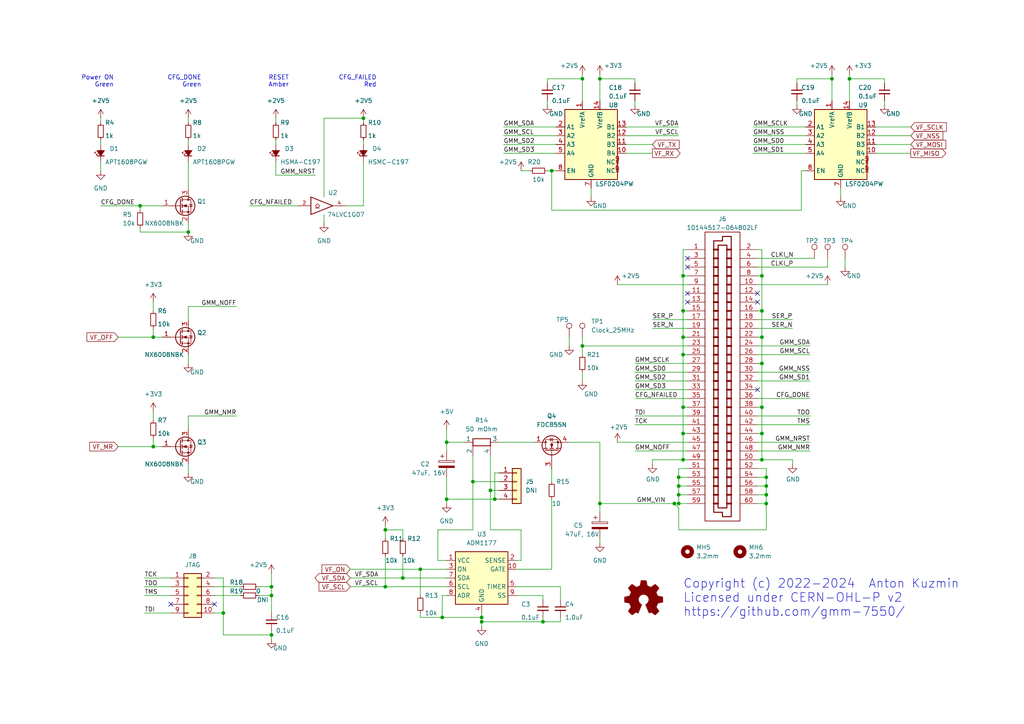
<source format=kicad_sch>
(kicad_sch (version 20230121) (generator eeschema)
  (paper "A4")
  (title_block (title "40-pin GPIO HAT adapter for GMM-7550") (date "2024-01-27") (rev "1.2"))
  (lib_symbols
    (symbol "74xGxx:74LVC1G07" (pin_names (offset 1.016))
      (property "Reference" "U" (at -2.54 3.81 0))
      (property "Value" "74xGxx_74LVC1G07" (at 0 -3.81 0))
      (symbol "74LVC1G07_1_1"
        (pin input line (at -7.62 0 0) (length 3.81) (name "~") (number "2"))
        (pin power_in line (at 0 -2.54 270) (length 0) hide (name "GND") (number "3"))
        (pin open_collector line (at 6.35 0 180) (length 3.81) (name "~") (number "4"))
        (pin power_in line (at 0 2.54 90) (length 0) hide (name "VCC") (number "5"))
      )
    )
    (symbol "Amphenol:10144517-061802LF" (pin_names (offset 0.762))
      (property "Reference" "J" (at -1.27 2.54 0))
      (property "Value" "10144517-061802LF" (at -2.54 0 0))
      (symbol "10144517-061802LF_0_0"
        (pin unspecified line (at -10.16 33.02 0) (length 5.08) (name "~") (number "1"))
        (pin unspecified line (at 10.16 22.86 180) (length 5.08) (name "~") (number "10"))
        (pin unspecified line (at -10.16 20.32 0) (length 5.08) (name "~") (number "11"))
        (pin unspecified line (at 10.16 20.32 180) (length 5.08) (name "~") (number "12"))
        (pin unspecified line (at -10.16 17.78 0) (length 5.08) (name "~") (number "13"))
        (pin unspecified line (at 10.16 17.78 180) (length 5.08) (name "~") (number "14"))
        (pin unspecified line (at -10.16 15.24 0) (length 5.08) (name "~") (number "15"))
        (pin unspecified line (at 10.16 15.24 180) (length 5.08) (name "~") (number "16"))
        (pin unspecified line (at -10.16 12.7 0) (length 5.08) (name "~") (number "17"))
        (pin unspecified line (at 10.16 12.7 180) (length 5.08) (name "~") (number "18"))
        (pin unspecified line (at -10.16 10.16 0) (length 5.08) (name "~") (number "19"))
        (pin unspecified line (at 10.16 33.02 180) (length 5.08) (name "~") (number "2"))
        (pin unspecified line (at 10.16 10.16 180) (length 5.08) (name "~") (number "20"))
        (pin unspecified line (at -10.16 7.62 0) (length 5.08) (name "~") (number "21"))
        (pin unspecified line (at 10.16 7.62 180) (length 5.08) (name "~") (number "22"))
        (pin unspecified line (at -10.16 5.08 0) (length 5.08) (name "~") (number "23"))
        (pin unspecified line (at 10.16 5.08 180) (length 5.08) (name "~") (number "24"))
        (pin unspecified line (at -10.16 2.54 0) (length 5.08) (name "~") (number "25"))
        (pin unspecified line (at 10.16 2.54 180) (length 5.08) (name "~") (number "26"))
        (pin unspecified line (at -10.16 0 0) (length 5.08) (name "~") (number "27"))
        (pin unspecified line (at 10.16 0 180) (length 5.08) (name "~") (number "28"))
        (pin unspecified line (at -10.16 -2.54 0) (length 5.08) (name "~") (number "29"))
        (pin unspecified line (at -10.16 30.48 0) (length 5.08) (name "~") (number "3"))
        (pin unspecified line (at 10.16 -2.54 180) (length 5.08) (name "~") (number "30"))
        (pin unspecified line (at -10.16 -5.08 0) (length 5.08) (name "~") (number "31"))
        (pin unspecified line (at 10.16 -5.08 180) (length 5.08) (name "~") (number "32"))
        (pin unspecified line (at -10.16 -7.62 0) (length 5.08) (name "~") (number "33"))
        (pin unspecified line (at 10.16 -7.62 180) (length 5.08) (name "~") (number "34"))
        (pin unspecified line (at -10.16 -10.16 0) (length 5.08) (name "~") (number "35"))
        (pin unspecified line (at 10.16 -10.16 180) (length 5.08) (name "~") (number "36"))
        (pin unspecified line (at -10.16 -12.7 0) (length 5.08) (name "~") (number "37"))
        (pin unspecified line (at 10.16 -12.7 180) (length 5.08) (name "~") (number "38"))
        (pin unspecified line (at -10.16 -15.24 0) (length 5.08) (name "~") (number "39"))
        (pin unspecified line (at 10.16 30.48 180) (length 5.08) (name "~") (number "4"))
        (pin unspecified line (at 10.16 -15.24 180) (length 5.08) (name "~") (number "40"))
        (pin unspecified line (at -10.16 -17.78 0) (length 5.08) (name "~") (number "41"))
        (pin unspecified line (at 10.16 -17.78 180) (length 5.08) (name "~") (number "42"))
        (pin unspecified line (at -10.16 -20.32 0) (length 5.08) (name "~") (number "43"))
        (pin unspecified line (at 10.16 -20.32 180) (length 5.08) (name "~") (number "44"))
        (pin unspecified line (at -10.16 -22.86 0) (length 5.08) (name "~") (number "45"))
        (pin unspecified line (at 10.16 -22.86 180) (length 5.08) (name "~") (number "46"))
        (pin unspecified line (at -10.16 -25.4 0) (length 5.08) (name "~") (number "47"))
        (pin unspecified line (at 10.16 -25.4 180) (length 5.08) (name "~") (number "48"))
        (pin unspecified line (at -10.16 -27.94 0) (length 5.08) (name "~") (number "49"))
        (pin unspecified line (at -10.16 27.94 0) (length 5.08) (name "~") (number "5"))
        (pin unspecified line (at 10.16 -27.94 180) (length 5.08) (name "~") (number "50"))
        (pin unspecified line (at -10.16 -30.48 0) (length 5.08) (name "~") (number "51"))
        (pin unspecified line (at 10.16 -30.48 180) (length 5.08) (name "~") (number "52"))
        (pin unspecified line (at -10.16 -33.02 0) (length 5.08) (name "~") (number "53"))
        (pin unspecified line (at 10.16 -33.02 180) (length 5.08) (name "~") (number "54"))
        (pin unspecified line (at -10.16 -35.56 0) (length 5.08) (name "~") (number "55"))
        (pin unspecified line (at 10.16 -35.56 180) (length 5.08) (name "~") (number "56"))
        (pin unspecified line (at -10.16 -38.1 0) (length 5.08) (name "~") (number "57"))
        (pin unspecified line (at 10.16 -38.1 180) (length 5.08) (name "~") (number "58"))
        (pin unspecified line (at -10.16 -40.64 0) (length 5.08) (name "~") (number "59"))
        (pin unspecified line (at 10.16 27.94 180) (length 5.08) (name "~") (number "6"))
        (pin unspecified line (at 10.16 -40.64 180) (length 5.08) (name "~") (number "60"))
        (pin unspecified line (at -10.16 25.4 0) (length 5.08) (name "~") (number "7"))
        (pin unspecified line (at 10.16 25.4 180) (length 5.08) (name "~") (number "8"))
        (pin unspecified line (at -10.16 22.86 0) (length 5.08) (name "~") (number "9"))
      )
    )
    (symbol "Connector:TestPoint" (pin_numbers hide) (pin_names (offset 0.762) hide)
      (property "Reference" "TP" (at 0 6.858 0))
      (property "Value" "TestPoint" (at 0 5.08 0))
      (symbol "TestPoint_1_1"
        (pin passive line (at 0 0 90) (length 2.54) (name "1") (number "1"))
      )
    )
    (symbol "Connector_Generic:Conn_01x04" (pin_names (offset 1.016) hide)
      (property "Reference" "J" (at 0 5.08 0))
      (property "Value" "Conn_01x04" (at 0 -7.62 0))
      (symbol "Conn_01x04_1_1"
        (pin passive line (at -5.08 2.54 0) (length 3.81) (name "Pin_1") (number "1"))
        (pin passive line (at -5.08 0 0) (length 3.81) (name "Pin_2") (number "2"))
        (pin passive line (at -5.08 -2.54 0) (length 3.81) (name "Pin_3") (number "3"))
        (pin passive line (at -5.08 -5.08 0) (length 3.81) (name "Pin_4") (number "4"))
      )
    )
    (symbol "Connector_Generic:Conn_02x05_Odd_Even" (pin_names (offset 1.016) hide)
      (property "Reference" "J" (at 1.27 7.62 0))
      (property "Value" "Conn_02x05_Odd_Even" (at 1.27 -7.62 0))
      (symbol "Conn_02x05_Odd_Even_1_1"
        (pin passive line (at -5.08 5.08 0) (length 3.81) (name "Pin_1") (number "1"))
        (pin passive line (at 7.62 -5.08 180) (length 3.81) (name "Pin_10") (number "10"))
        (pin passive line (at 7.62 5.08 180) (length 3.81) (name "Pin_2") (number "2"))
        (pin passive line (at -5.08 2.54 0) (length 3.81) (name "Pin_3") (number "3"))
        (pin passive line (at 7.62 2.54 180) (length 3.81) (name "Pin_4") (number "4"))
        (pin passive line (at -5.08 0 0) (length 3.81) (name "Pin_5") (number "5"))
        (pin passive line (at 7.62 0 180) (length 3.81) (name "Pin_6") (number "6"))
        (pin passive line (at -5.08 -2.54 0) (length 3.81) (name "Pin_7") (number "7"))
        (pin passive line (at 7.62 -2.54 180) (length 3.81) (name "Pin_8") (number "8"))
        (pin passive line (at -5.08 -5.08 0) (length 3.81) (name "Pin_9") (number "9"))
      )
    )
    (symbol "Device:C_Polarized" (pin_numbers hide) (pin_names (offset 0.254))
      (property "Reference" "C" (at 0.635 2.54 0))
      (property "Value" "C_Polarized" (at 0.635 -2.54 0))
      (symbol "C_Polarized_1_1"
        (pin passive line (at 0 3.81 270) (length 2.794) (name "~") (number "1"))
        (pin passive line (at 0 -3.81 90) (length 2.794) (name "~") (number "2"))
      )
    )
    (symbol "Device:C_Small" (pin_numbers hide) (pin_names (offset 0.254) hide)
      (property "Reference" "C" (at 0.254 1.778 0))
      (property "Value" "C_Small" (at 0.254 -2.032 0))
      (symbol "C_Small_1_1"
        (pin passive line (at 0 2.54 270) (length 2.032) (name "~") (number "1"))
        (pin passive line (at 0 -2.54 90) (length 2.032) (name "~") (number "2"))
      )
    )
    (symbol "Device:LED_Small_Filled" (pin_numbers hide) (pin_names (offset 0.254) hide)
      (property "Reference" "D" (at -1.27 3.175 0))
      (property "Value" "LED_Small_Filled" (at -4.445 -2.54 0))
      (symbol "LED_Small_Filled_1_1"
        (pin passive line (at -2.54 0 0) (length 1.778) (name "K") (number "1"))
        (pin passive line (at 2.54 0 180) (length 1.778) (name "A") (number "2"))
      )
    )
    (symbol "Device:Q_NMOS_GSD" (pin_names (offset 0) hide)
      (property "Reference" "Q" (at 5.08 1.27 0))
      (property "Value" "Q_NMOS_GSD" (at 5.08 -1.27 0))
      (symbol "Q_NMOS_GSD_1_1"
        (pin input line (at -5.08 0 0) (length 2.54) (name "G") (number "1"))
        (pin passive line (at 2.54 -5.08 90) (length 2.54) (name "S") (number "2"))
        (pin passive line (at 2.54 5.08 270) (length 2.54) (name "D") (number "3"))
      )
    )
    (symbol "Device:R_Small" (pin_numbers hide) (pin_names (offset 0.254) hide)
      (property "Reference" "R" (at 0.762 0.508 0))
      (property "Value" "R_Small" (at 0.762 -1.016 0))
      (symbol "R_Small_1_1"
        (pin passive line (at 0 2.54 270) (length 0.762) (name "~") (number "1"))
        (pin passive line (at 0 -2.54 90) (length 0.762) (name "~") (number "2"))
      )
    )
    (symbol "Graphic:Logo_Open_Hardware_Small" (pin_names (offset 1.016)))
    (symbol "Mechanical:MountingHole" (pin_names (offset 1.016))
      (property "Reference" "H" (at 0 5.08 0))
      (property "Value" "MountingHole" (at 0 3.175 0))
    )
    (symbol "Transistor_FET:FDC2512" (pin_names hide)
      (property "Reference" "Q" (at 5.08 1.905 0))
      (property "Value" "FDC2512" (at 5.08 0 0))
      (symbol "FDC2512_1_1"
        (pin passive line (at 2.54 5.08 270) (length 2.54) (name "D") (number "1"))
        (pin passive line (at 2.54 5.08 270) (length 2.54) hide (name "D") (number "2"))
        (pin passive line (at -5.08 0 0) (length 2.54) (name "G") (number "3"))
        (pin passive line (at 2.54 -5.08 90) (length 2.54) (name "S") (number "4"))
        (pin passive line (at 2.54 5.08 270) (length 2.54) hide (name "D") (number "5"))
        (pin passive line (at 2.54 5.08 270) (length 2.54) hide (name "D") (number "6"))
      )
    )
    (symbol "hat-gmm7550:ADM1177"
      (property "Reference" "U" (at 0 0 0))
      (property "Value" "ADM1177" (at 0 0 0))
      (symbol "ADM1177_1_1"
        (pin power_in line (at -10.16 5.08 0) (length 2.54) (name "VCC") (number "1"))
        (pin output line (at 10.16 2.54 180) (length 2.54) (name "GATE") (number "10"))
        (pin passive line (at 10.16 5.08 180) (length 2.54) (name "SENSE") (number "2"))
        (pin input line (at -10.16 2.54 0) (length 2.54) (name "ON") (number "3"))
        (pin passive line (at 0 -10.16 90) (length 2.54) (name "GND") (number "4"))
        (pin passive line (at 10.16 -2.54 180) (length 2.54) (name "TIMER") (number "5"))
        (pin input line (at -10.16 -2.54 0) (length 2.54) (name "SCL") (number "6"))
        (pin bidirectional line (at -10.16 0 0) (length 2.54) (name "SDA") (number "7"))
        (pin passive line (at -10.16 -5.08 0) (length 2.54) (name "ADR") (number "8"))
        (pin passive line (at 10.16 -5.08 180) (length 2.54) (name "SS") (number "9"))
      )
    )
    (symbol "hat-gmm7550:LSF0204PW"
      (property "Reference" "U" (at 0 0 0))
      (property "Value" "LSF0204PW" (at 0 0 0))
      (symbol "LSF0204PW_1_1"
        (pin power_in line (at -2.54 12.7 270) (length 2.54) (name "VrefA") (number "1"))
        (pin bidirectional line (at 10.16 -2.54 180) (length 2.54) (name "B4") (number "10"))
        (pin bidirectional line (at 10.16 0 180) (length 2.54) (name "B3") (number "11"))
        (pin bidirectional line (at 10.16 2.54 180) (length 2.54) (name "B2") (number "12"))
        (pin bidirectional line (at 10.16 5.08 180) (length 2.54) (name "B1") (number "13"))
        (pin bidirectional line (at 2.54 12.7 270) (length 2.54) (name "VrefB") (number "14"))
        (pin bidirectional line (at -10.16 5.08 0) (length 2.54) (name "A1") (number "2"))
        (pin bidirectional line (at -10.16 2.54 0) (length 2.54) (name "A2") (number "3"))
        (pin bidirectional line (at -10.16 0 0) (length 2.54) (name "A3") (number "4"))
        (pin bidirectional line (at -10.16 -2.54 0) (length 2.54) (name "A4") (number "5"))
        (pin no_connect line (at 7.62 -7.62 180) (length 0) (name "NC") (number "6"))
        (pin power_in line (at 0 -12.7 90) (length 2.54) (name "GND") (number "7"))
        (pin input line (at -10.16 -7.62 0) (length 2.54) (name "EN") (number "8"))
        (pin no_connect line (at 7.62 -5.08 180) (length 0) (name "NC") (number "9"))
      )
    )
    (symbol "hat-gmm7550:R_Shunt_LVK" (pin_numbers hide) (pin_names (offset 0))
      (property "Reference" "R4" (at 0 6.35 90))
      (property "Value" "R_Shunt_LVK" (at 0 3.81 90))
      (symbol "R_Shunt_LVK_1_1"
        (pin passive line (at 0 5.08 270) (length 2.54) (name "1") (number "1"))
        (pin passive line (at 3.81 2.54 180) (length 2.54) (name "2") (number "2"))
        (pin passive line (at 0 -5.08 90) (length 2.54) (name "3") (number "3"))
        (pin passive line (at 3.81 -2.54 180) (length 2.54) (name "4") (number "4"))
      )
    )
    (symbol "power:+2V5" (power) (pin_names (offset 0))
      (property "Value" "+2V5" (at 0 3.556 0))
      (symbol "+2V5_1_1"
        (pin power_in line (at 0 0 90) (length 0) hide (name "+2V5") (number "1"))
      )
    )
    (symbol "power:+3.3V" (power) (pin_names (offset 0))
      (property "Value" "+3.3V" (at 0 3.556 0))
      (symbol "+3.3V_1_1"
        (pin power_in line (at 0 0 90) (length 0) hide (name "+3V3") (number "1"))
      )
    )
    (symbol "power:+5V" (power) (pin_names (offset 0))
      (property "Value" "+5V" (at 0 3.556 0))
      (symbol "+5V_1_1"
        (pin power_in line (at 0 0 90) (length 0) hide (name "+5V") (number "1"))
      )
    )
    (symbol "power:GND" (power) (pin_names (offset 0))
      (property "Value" "GND" (at 0 -3.81 0))
      (symbol "GND_1_1"
        (pin power_in line (at 0 0 270) (length 0) hide (name "GND") (number "1"))
      )
    )
  )
  (junction (at 78.74 172.72))
  (junction (at 142.24 142.24))
  (junction (at 220.98 90.17))
  (junction (at 198.12 133.35))
  (junction (at 220.98 133.35))
  (junction (at 195.58 146.05))
  (junction (at 121.92 165.1))
  (junction (at 64.77 177.8))
  (junction (at 78.74 184.15))
  (junction (at 160.02 49.53))
  (junction (at 198.12 80.01))
  (junction (at 116.84 167.64))
  (junction (at 40.64 59.69))
  (junction (at 137.16 139.7))
  (junction (at 129.54 128.27))
  (junction (at 198.12 97.79))
  (junction (at 220.98 80.01))
  (junction (at 143.51 144.78))
  (junction (at 139.7 180.34))
  (junction (at 128.27 179.07))
  (junction (at 111.76 153.67))
  (junction (at 241.3 22.86))
  (junction (at 196.85 138.43))
  (junction (at 198.12 102.87))
  (junction (at 196.85 146.05))
  (junction (at 173.99 22.86))
  (junction (at 196.85 143.51))
  (junction (at 168.91 100.33))
  (junction (at 129.54 144.78))
  (junction (at 222.25 140.97))
  (junction (at 78.74 170.18))
  (junction (at 198.12 90.17))
  (junction (at 246.38 22.86))
  (junction (at 105.41 34.29))
  (junction (at 220.98 105.41))
  (junction (at 44.45 129.54))
  (junction (at 157.48 180.34))
  (junction (at 198.12 125.73))
  (junction (at 168.91 22.86))
  (junction (at 198.12 118.11))
  (junction (at 173.99 146.05))
  (junction (at 139.7 179.07))
  (junction (at 196.85 140.97))
  (junction (at 44.45 97.79))
  (junction (at 220.98 97.79))
  (junction (at 220.98 125.73))
  (junction (at 111.76 170.18))
  (junction (at 220.98 118.11))
  (junction (at 222.25 146.05))
  (junction (at 54.61 67.31))
  (junction (at 222.25 138.43))
  (junction (at 222.25 143.51))
  (no_connect (at 219.71 85.09))
  (no_connect (at 219.71 87.63))
  (no_connect (at 62.23 175.26))
  (no_connect (at 49.53 175.26))
  (no_connect (at 219.71 113.03))
  (no_connect (at 199.39 74.93))
  (no_connect (at 199.39 77.47))
  (no_connect (at 199.39 85.09))
  (no_connect (at 199.39 87.63))
  (wire (pts (xy 184.15 123.19) (xy 199.39 123.19)))
  (wire (pts (xy 173.99 21.59) (xy 173.99 22.86)))
  (wire (pts (xy 44.45 129.54) (xy 46.99 129.54)))
  (wire (pts (xy 139.7 177.8) (xy 139.7 179.07)))
  (wire (pts (xy 64.77 184.15) (xy 78.74 184.15)))
  (wire (pts (xy 246.38 29.21) (xy 246.38 22.86)))
  (wire (pts (xy 179.07 82.55) (xy 199.39 82.55)))
  (wire (pts (xy 218.44 39.37) (xy 233.68 39.37)))
  (wire (pts (xy 198.12 102.87) (xy 198.12 118.11)))
  (wire (pts (xy 196.85 138.43) (xy 196.85 135.89)))
  (wire (pts (xy 64.77 167.64) (xy 64.77 177.8)))
  (wire (pts (xy 165.1 128.27) (xy 173.99 128.27)))
  (wire (pts (xy 137.16 153.67) (xy 137.16 139.7)))
  (wire (pts (xy 29.21 59.69) (xy 40.64 59.69)))
  (wire (pts (xy 116.84 167.64) (xy 129.54 167.64)))
  (wire (pts (xy 93.98 62.23) (xy 93.98 64.77)))
  (wire (pts (xy 219.71 105.41) (xy 220.98 105.41)))
  (wire (pts (xy 105.41 40.64) (xy 105.41 41.91)))
  (wire (pts (xy 137.16 139.7) (xy 144.78 139.7)))
  (wire (pts (xy 100.33 59.69) (xy 105.41 59.69)))
  (wire (pts (xy 62.23 177.8) (xy 64.77 177.8)))
  (wire (pts (xy 219.71 82.55) (xy 240.03 82.55)))
  (wire (pts (xy 181.61 39.37) (xy 196.85 39.37)))
  (wire (pts (xy 184.15 105.41) (xy 199.39 105.41)))
  (wire (pts (xy 219.71 102.87) (xy 234.95 102.87)))
  (wire (pts (xy 219.71 140.97) (xy 222.25 140.97)))
  (wire (pts (xy 41.91 170.18) (xy 49.53 170.18)))
  (wire (pts (xy 246.38 21.59) (xy 246.38 22.86)))
  (wire (pts (xy 254 39.37) (xy 264.16 39.37)))
  (wire (pts (xy 219.71 115.57) (xy 234.95 115.57)))
  (wire (pts (xy 146.05 36.83) (xy 161.29 36.83)))
  (wire (pts (xy 219.71 74.93) (xy 236.22 74.93)))
  (wire (pts (xy 149.86 172.72) (xy 157.48 172.72)))
  (wire (pts (xy 129.54 144.78) (xy 143.51 144.78)))
  (wire (pts (xy 54.61 34.29) (xy 54.61 35.56)))
  (wire (pts (xy 68.58 120.65) (xy 54.61 120.65)))
  (wire (pts (xy 220.98 125.73) (xy 219.71 125.73)))
  (wire (pts (xy 121.92 179.07) (xy 128.27 179.07)))
  (wire (pts (xy 80.01 40.64) (xy 80.01 41.91)))
  (wire (pts (xy 158.75 22.86) (xy 158.75 24.13)))
  (wire (pts (xy 220.98 118.11) (xy 220.98 105.41)))
  (wire (pts (xy 137.16 132.08) (xy 137.16 139.7)))
  (wire (pts (xy 168.91 22.86) (xy 158.75 22.86)))
  (wire (pts (xy 34.29 129.54) (xy 44.45 129.54)))
  (wire (pts (xy 158.75 29.21) (xy 158.75 30.48)))
  (wire (pts (xy 219.71 138.43) (xy 222.25 138.43)))
  (wire (pts (xy 139.7 180.34) (xy 139.7 181.61)))
  (wire (pts (xy 184.15 130.81) (xy 199.39 130.81)))
  (wire (pts (xy 54.61 46.99) (xy 54.61 54.61)))
  (wire (pts (xy 220.98 97.79) (xy 220.98 90.17)))
  (wire (pts (xy 220.98 125.73) (xy 220.98 118.11)))
  (wire (pts (xy 68.58 88.9) (xy 54.61 88.9)))
  (wire (pts (xy 181.61 36.83) (xy 196.85 36.83)))
  (wire (pts (xy 198.12 90.17) (xy 198.12 97.79)))
  (wire (pts (xy 195.58 146.05) (xy 196.85 147.32)))
  (wire (pts (xy 181.61 44.45) (xy 189.23 44.45)))
  (wire (pts (xy 199.39 97.79) (xy 198.12 97.79)))
  (wire (pts (xy 111.76 170.18) (xy 129.54 170.18)))
  (wire (pts (xy 44.45 127) (xy 44.45 129.54)))
  (wire (pts (xy 144.78 137.16) (xy 143.51 137.16)))
  (wire (pts (xy 161.29 49.53) (xy 160.02 49.53)))
  (wire (pts (xy 220.98 90.17) (xy 220.98 80.01)))
  (wire (pts (xy 64.77 177.8) (xy 64.77 184.15)))
  (wire (pts (xy 54.61 88.9) (xy 54.61 92.71)))
  (wire (pts (xy 222.25 140.97) (xy 222.25 138.43)))
  (wire (pts (xy 219.71 107.95) (xy 234.95 107.95)))
  (wire (pts (xy 111.76 161.29) (xy 111.76 170.18)))
  (wire (pts (xy 44.45 97.79) (xy 46.99 97.79)))
  (wire (pts (xy 54.61 134.62) (xy 54.61 137.16)))
  (wire (pts (xy 101.6 170.18) (xy 111.76 170.18)))
  (wire (pts (xy 181.61 41.91) (xy 189.23 41.91)))
  (wire (pts (xy 198.12 80.01) (xy 198.12 90.17)))
  (wire (pts (xy 128.27 179.07) (xy 139.7 179.07)))
  (wire (pts (xy 160.02 165.1) (xy 160.02 144.78)))
  (wire (pts (xy 232.41 60.96) (xy 232.41 49.53)))
  (wire (pts (xy 198.12 102.87) (xy 199.39 102.87)))
  (wire (pts (xy 199.39 146.05) (xy 196.85 146.05)))
  (wire (pts (xy 44.45 119.38) (xy 44.45 121.92)))
  (wire (pts (xy 199.39 90.17) (xy 198.12 90.17)))
  (wire (pts (xy 78.74 172.72) (xy 78.74 177.8)))
  (wire (pts (xy 220.98 133.35) (xy 229.87 133.35)))
  (wire (pts (xy 129.54 172.72) (xy 128.27 172.72)))
  (wire (pts (xy 222.25 140.97) (xy 222.25 143.51)))
  (wire (pts (xy 184.15 22.86) (xy 184.15 24.13)))
  (wire (pts (xy 220.98 97.79) (xy 219.71 97.79)))
  (wire (pts (xy 231.14 29.21) (xy 231.14 30.48)))
  (wire (pts (xy 219.71 143.51) (xy 222.25 143.51)))
  (wire (pts (xy 162.56 179.07) (xy 162.56 180.34)))
  (wire (pts (xy 29.21 46.99) (xy 29.21 49.53)))
  (wire (pts (xy 196.85 138.43) (xy 196.85 140.97)))
  (wire (pts (xy 54.61 120.65) (xy 54.61 124.46)))
  (wire (pts (xy 196.85 140.97) (xy 196.85 143.51)))
  (wire (pts (xy 142.24 142.24) (xy 142.24 153.67)))
  (wire (pts (xy 245.11 74.93) (xy 245.11 77.47)))
  (wire (pts (xy 219.71 118.11) (xy 220.98 118.11)))
  (wire (pts (xy 74.93 172.72) (xy 78.74 172.72)))
  (wire (pts (xy 62.23 170.18) (xy 69.85 170.18)))
  (wire (pts (xy 62.23 167.64) (xy 64.77 167.64)))
  (wire (pts (xy 173.99 29.21) (xy 173.99 22.86)))
  (wire (pts (xy 219.71 135.89) (xy 222.25 135.89)))
  (wire (pts (xy 168.91 21.59) (xy 168.91 22.86)))
  (wire (pts (xy 129.54 124.46) (xy 129.54 128.27)))
  (wire (pts (xy 157.48 179.07) (xy 157.48 180.34)))
  (wire (pts (xy 160.02 49.53) (xy 160.02 60.96)))
  (wire (pts (xy 129.54 128.27) (xy 129.54 130.81)))
  (wire (pts (xy 241.3 22.86) (xy 231.14 22.86)))
  (wire (pts (xy 151.13 153.67) (xy 151.13 162.56)))
  (wire (pts (xy 40.64 59.69) (xy 46.99 59.69)))
  (wire (pts (xy 40.64 60.96) (xy 40.64 59.69)))
  (wire (pts (xy 168.91 107.95) (xy 168.91 110.49)))
  (wire (pts (xy 184.15 113.03) (xy 199.39 113.03)))
  (wire (pts (xy 219.71 92.71) (xy 229.87 92.71)))
  (wire (pts (xy 189.23 92.71) (xy 199.39 92.71)))
  (wire (pts (xy 111.76 156.21) (xy 111.76 153.67)))
  (wire (pts (xy 243.84 54.61) (xy 243.84 57.15)))
  (wire (pts (xy 105.41 59.69) (xy 105.41 46.99)))
  (wire (pts (xy 220.98 133.35) (xy 219.71 133.35)))
  (wire (pts (xy 220.98 105.41) (xy 220.98 97.79)))
  (wire (pts (xy 219.71 80.01) (xy 220.98 80.01)))
  (wire (pts (xy 240.03 77.47) (xy 240.03 74.93)))
  (wire (pts (xy 198.12 80.01) (xy 199.39 80.01)))
  (wire (pts (xy 168.91 29.21) (xy 168.91 22.86)))
  (wire (pts (xy 40.64 67.31) (xy 54.61 67.31)))
  (wire (pts (xy 199.39 140.97) (xy 196.85 140.97)))
  (wire (pts (xy 121.92 177.8) (xy 121.92 179.07)))
  (wire (pts (xy 199.39 135.89) (xy 196.85 135.89)))
  (wire (pts (xy 222.25 146.05) (xy 219.71 146.05)))
  (wire (pts (xy 127 153.67) (xy 137.16 153.67)))
  (wire (pts (xy 220.98 80.01) (xy 220.98 72.39)))
  (wire (pts (xy 196.85 153.67) (xy 222.25 153.67)))
  (wire (pts (xy 218.44 41.91) (xy 233.68 41.91)))
  (wire (pts (xy 219.71 123.19) (xy 234.95 123.19)))
  (wire (pts (xy 198.12 118.11) (xy 199.39 118.11)))
  (wire (pts (xy 179.07 128.27) (xy 199.39 128.27)))
  (wire (pts (xy 127 162.56) (xy 127 153.67)))
  (wire (pts (xy 128.27 172.72) (xy 128.27 179.07)))
  (wire (pts (xy 149.86 162.56) (xy 151.13 162.56)))
  (wire (pts (xy 121.92 165.1) (xy 129.54 165.1)))
  (wire (pts (xy 116.84 161.29) (xy 116.84 167.64)))
  (wire (pts (xy 54.61 102.87) (xy 54.61 105.41)))
  (wire (pts (xy 219.71 110.49) (xy 234.95 110.49)))
  (wire (pts (xy 93.98 57.15) (xy 93.98 34.29)))
  (wire (pts (xy 198.12 133.35) (xy 199.39 133.35)))
  (wire (pts (xy 165.1 97.79) (xy 165.1 100.33)))
  (wire (pts (xy 184.15 115.57) (xy 199.39 115.57)))
  (wire (pts (xy 80.01 34.29) (xy 80.01 35.56)))
  (wire (pts (xy 241.3 29.21) (xy 241.3 22.86)))
  (wire (pts (xy 219.71 90.17) (xy 220.98 90.17)))
  (wire (pts (xy 160.02 60.96) (xy 232.41 60.96)))
  (wire (pts (xy 229.87 134.62) (xy 229.87 133.35)))
  (wire (pts (xy 241.3 21.59) (xy 241.3 22.86)))
  (wire (pts (xy 195.58 146.05) (xy 196.85 146.05)))
  (wire (pts (xy 151.13 49.53) (xy 153.67 49.53)))
  (wire (pts (xy 168.91 97.79) (xy 168.91 100.33)))
  (wire (pts (xy 198.12 118.11) (xy 198.12 125.73)))
  (wire (pts (xy 184.15 110.49) (xy 199.39 110.49)))
  (wire (pts (xy 219.71 77.47) (xy 240.03 77.47)))
  (wire (pts (xy 198.12 72.39) (xy 198.12 80.01)))
  (wire (pts (xy 129.54 128.27) (xy 134.62 128.27)))
  (wire (pts (xy 198.12 125.73) (xy 198.12 133.35)))
  (wire (pts (xy 74.93 170.18) (xy 78.74 170.18)))
  (wire (pts (xy 198.12 125.73) (xy 199.39 125.73)))
  (wire (pts (xy 139.7 180.34) (xy 157.48 180.34)))
  (wire (pts (xy 160.02 49.53) (xy 158.75 49.53)))
  (wire (pts (xy 41.91 172.72) (xy 49.53 172.72)))
  (wire (pts (xy 142.24 132.08) (xy 142.24 142.24)))
  (wire (pts (xy 142.24 153.67) (xy 151.13 153.67)))
  (wire (pts (xy 171.45 54.61) (xy 171.45 57.15)))
  (wire (pts (xy 34.29 97.79) (xy 44.45 97.79)))
  (wire (pts (xy 78.74 184.15) (xy 78.74 185.42)))
  (wire (pts (xy 199.39 138.43) (xy 196.85 138.43)))
  (wire (pts (xy 222.25 143.51) (xy 222.25 146.05)))
  (wire (pts (xy 173.99 156.21) (xy 173.99 157.48)))
  (wire (pts (xy 184.15 107.95) (xy 199.39 107.95)))
  (wire (pts (xy 146.05 39.37) (xy 161.29 39.37)))
  (wire (pts (xy 101.6 167.64) (xy 116.84 167.64)))
  (wire (pts (xy 144.78 128.27) (xy 154.94 128.27)))
  (wire (pts (xy 219.71 120.65) (xy 234.95 120.65)))
  (wire (pts (xy 129.54 144.78) (xy 129.54 146.05)))
  (wire (pts (xy 78.74 170.18) (xy 78.74 172.72)))
  (wire (pts (xy 160.02 135.89) (xy 160.02 139.7)))
  (wire (pts (xy 72.39 59.69) (xy 86.36 59.69)))
  (wire (pts (xy 91.44 50.8) (xy 80.01 50.8)))
  (wire (pts (xy 44.45 87.63) (xy 44.45 90.17)))
  (wire (pts (xy 146.05 44.45) (xy 161.29 44.45)))
  (wire (pts (xy 196.85 147.32) (xy 196.85 153.67)))
  (wire (pts (xy 157.48 180.34) (xy 162.56 180.34)))
  (wire (pts (xy 44.45 95.25) (xy 44.45 97.79)))
  (wire (pts (xy 254 44.45) (xy 264.16 44.45)))
  (wire (pts (xy 101.6 165.1) (xy 121.92 165.1)))
  (wire (pts (xy 219.71 95.25) (xy 229.87 95.25)))
  (wire (pts (xy 196.85 143.51) (xy 196.85 146.05)))
  (wire (pts (xy 246.38 22.86) (xy 256.54 22.86)))
  (wire (pts (xy 173.99 146.05) (xy 195.58 146.05)))
  (wire (pts (xy 220.98 133.35) (xy 220.98 125.73)))
  (wire (pts (xy 199.39 143.51) (xy 196.85 143.51)))
  (wire (pts (xy 40.64 66.04) (xy 40.64 67.31)))
  (wire (pts (xy 256.54 22.86) (xy 256.54 24.13)))
  (wire (pts (xy 189.23 95.25) (xy 199.39 95.25)))
  (wire (pts (xy 139.7 179.07) (xy 139.7 180.34)))
  (wire (pts (xy 173.99 22.86) (xy 184.15 22.86)))
  (wire (pts (xy 184.15 29.21) (xy 184.15 30.48)))
  (wire (pts (xy 41.91 167.64) (xy 49.53 167.64)))
  (wire (pts (xy 219.71 130.81) (xy 234.95 130.81)))
  (wire (pts (xy 254 36.83) (xy 264.16 36.83)))
  (wire (pts (xy 157.48 172.72) (xy 157.48 173.99)))
  (wire (pts (xy 219.71 100.33) (xy 234.95 100.33)))
  (wire (pts (xy 199.39 72.39) (xy 198.12 72.39)))
  (wire (pts (xy 173.99 128.27) (xy 173.99 146.05)))
  (wire (pts (xy 220.98 72.39) (xy 219.71 72.39)))
  (wire (pts (xy 78.74 166.37) (xy 78.74 170.18)))
  (wire (pts (xy 189.23 133.35) (xy 198.12 133.35)))
  (wire (pts (xy 168.91 102.87) (xy 168.91 100.33)))
  (wire (pts (xy 222.25 153.67) (xy 222.25 146.05)))
  (wire (pts (xy 54.61 64.77) (xy 54.61 67.31)))
  (wire (pts (xy 219.71 128.27) (xy 234.95 128.27)))
  (wire (pts (xy 93.98 34.29) (xy 105.41 34.29)))
  (wire (pts (xy 29.21 34.29) (xy 29.21 35.56)))
  (wire (pts (xy 62.23 172.72) (xy 69.85 172.72)))
  (wire (pts (xy 29.21 40.64) (xy 29.21 41.91)))
  (wire (pts (xy 129.54 138.43) (xy 129.54 144.78)))
  (wire (pts (xy 233.68 49.53) (xy 232.41 49.53)))
  (wire (pts (xy 143.51 144.78) (xy 144.78 144.78)))
  (wire (pts (xy 218.44 36.83) (xy 233.68 36.83)))
  (wire (pts (xy 80.01 50.8) (xy 80.01 46.99)))
  (wire (pts (xy 129.54 162.56) (xy 127 162.56)))
  (wire (pts (xy 116.84 153.67) (xy 116.84 156.21)))
  (wire (pts (xy 41.91 177.8) (xy 49.53 177.8)))
  (wire (pts (xy 149.86 165.1) (xy 160.02 165.1)))
  (wire (pts (xy 111.76 153.67) (xy 116.84 153.67)))
  (wire (pts (xy 222.25 135.89) (xy 222.25 138.43)))
  (wire (pts (xy 254 41.91) (xy 264.16 41.91)))
  (wire (pts (xy 162.56 170.18) (xy 162.56 173.99)))
  (wire (pts (xy 111.76 152.4) (xy 111.76 153.67)))
  (wire (pts (xy 173.99 146.05) (xy 173.99 148.59)))
  (wire (pts (xy 78.74 182.88) (xy 78.74 184.15)))
  (wire (pts (xy 218.44 44.45) (xy 233.68 44.45)))
  (wire (pts (xy 142.24 142.24) (xy 144.78 142.24)))
  (wire (pts (xy 231.14 22.86) (xy 231.14 24.13)))
  (wire (pts (xy 105.41 34.29) (xy 105.41 35.56)))
  (wire (pts (xy 121.92 165.1) (xy 121.92 172.72)))
  (wire (pts (xy 189.23 134.62) (xy 189.23 133.35)))
  (wire (pts (xy 256.54 29.21) (xy 256.54 30.48)))
  (wire (pts (xy 146.05 41.91) (xy 161.29 41.91)))
  (wire (pts (xy 54.61 40.64) (xy 54.61 41.91)))
  (wire (pts (xy 198.12 97.79) (xy 198.12 102.87)))
  (wire (pts (xy 184.15 120.65) (xy 199.39 120.65)))
  (wire (pts (xy 168.91 100.33) (xy 199.39 100.33)))
  (wire (pts (xy 149.86 170.18) (xy 162.56 170.18)))
  (wire (pts (xy 143.51 137.16) (xy 143.51 144.78)))
  (text "Power ON\nGreen" (at 33.02 25.4 0) (effects (font (size 1.27 1.27)) (justify right bottom)))
  (text "Copyright (c) 2022-2024  Anton Kuzmin\nLicensed under CERN-OHL-P v2\nhttps://github.com/gmm-7550/" (at 198.12 179.07 0) (effects (font (size 2.54 2.54)) (justify left bottom)))
  (text "CFG_FAILED\nRed" (at 109.22 25.4 0) (effects (font (size 1.27 1.27)) (justify right bottom)))
  (text "RESET\nAmber" (at 83.82 25.4 0) (effects (font (size 1.27 1.27)) (justify right bottom)))
  (text "CFG_DONE\nGreen" (at 58.42 25.4 0) (effects (font (size 1.27 1.27)) (justify right bottom)))
  (label "GMM_NMR" (at 68.58 120.65 180))
  (label "GMM_SD0" (at 218.44 41.91 0))
  (label "GMM_SD3" (at 184.15 113.03 0))
  (label "GMM_SCLK" (at 218.44 36.83 0))
  (label "TDO" (at 234.95 120.65 180))
  (label "GMM_SCLK" (at 184.15 105.41 0))
  (label "GMM_NMR" (at 234.95 130.81 180))
  (label "VF_SDA" (at 102.87 167.64 0))
  (label "GMM_SD2" (at 184.15 110.49 0))
  (label "GMM_NSS" (at 234.95 107.95 180))
  (label "CLKI_P" (at 223.52 77.47 0))
  (label "CFG_DONE" (at 29.21 59.69 0))
  (label "VF_SCL" (at 102.87 170.18 0))
  (label "GMM_NOFF" (at 68.58 88.9 180))
  (label "GMM_SD1" (at 234.95 110.49 180))
  (label "TCK" (at 184.15 123.19 0))
  (label "SER_P" (at 189.23 92.71 0))
  (label "SER_N" (at 229.87 95.25 180))
  (label "GMM_SCL" (at 146.05 39.37 0))
  (label "CFG_DONE" (at 234.95 115.57 180))
  (label "GMM_SCL" (at 234.95 102.87 180))
  (label "GMM_NRST" (at 234.95 128.27 180))
  (label "GMM_SDA" (at 146.05 36.83 0))
  (label "TDI" (at 184.15 120.65 0))
  (label "CFG_NFAILED" (at 184.15 115.57 0))
  (label "TDO" (at 41.91 170.18 0))
  (label "TDI" (at 41.91 177.8 0))
  (label "CFG_NFAILED" (at 72.39 59.69 0))
  (label "TMS" (at 234.95 123.19 180))
  (label "SER_P" (at 229.87 92.71 180))
  (label "VF_SCL" (at 196.85 39.37 180))
  (label "GMM_SD0" (at 184.15 107.95 0))
  (label "TMS" (at 41.91 172.72 0))
  (label "GMM_SD3" (at 146.05 44.45 0))
  (label "VF_SDA" (at 196.85 36.83 180))
  (label "TCK" (at 41.91 167.64 0))
  (label "GMM_SDA" (at 234.95 100.33 180))
  (label "GMM_VIN" (at 193.04 146.05 180))
  (label "GMM_SD2" (at 146.05 41.91 0))
  (label "CLKI_N" (at 223.52 74.93 0))
  (label "GMM_NSS" (at 218.44 39.37 0))
  (label "GMM_NRST" (at 91.44 50.8 180))
  (label "SER_N" (at 189.23 95.25 0))
  (label "GMM_NOFF" (at 184.15 130.81 0))
  (label "GMM_SD1" (at 218.44 44.45 0))
  (global_label "VF_TX" (shape input) (at 189.23 41.91 0) (property "Intersheetrefs" "${INTERSHEET_REFS}" (effects hide)))
  (global_label "VF_RX" (shape output) (at 189.23 44.45 0) (property "Intersheetrefs" "${INTERSHEET_REFS}" (effects hide)))
  (global_label "VF_MOSI" (shape input) (at 264.16 41.91 0) (property "Intersheetrefs" "${INTERSHEET_REFS}" (effects hide)))
  (global_label "VF_SCLK" (shape input) (at 264.16 36.83 0) (property "Intersheetrefs" "${INTERSHEET_REFS}" (effects hide)))
  (global_label "VF_MISO" (shape output) (at 264.16 44.45 0) (property "Intersheetrefs" "${INTERSHEET_REFS}" (effects hide)))
  (global_label "VF_SCL" (shape input) (at 101.6 170.18 180) (property "Intersheetrefs" "${INTERSHEET_REFS}" (effects hide)))
  (global_label "VF_NSS" (shape input) (at 264.16 39.37 0) (property "Intersheetrefs" "${INTERSHEET_REFS}" (effects hide)))
  (global_label "VF_MR" (shape input) (at 34.29 129.54 180) (property "Intersheetrefs" "${INTERSHEET_REFS}" (effects hide)))
  (global_label "VF_SDA" (shape bidirectional) (at 101.6 167.64 180) (property "Intersheetrefs" "${INTERSHEET_REFS}" (effects hide)))
  (global_label "VF_OFF" (shape input) (at 34.29 97.79 180) (property "Intersheetrefs" "${INTERSHEET_REFS}" (effects hide)))
  (global_label "VF_ON" (shape input) (at 101.6 165.1 180) (property "Intersheetrefs" "${INTERSHEET_REFS}" (effects hide)))
  (symbol (lib_id "power:GND") (at 54.61 105.41 0) (unit 1)
    (property "Reference" "#PWR07" (effects hide))
    (property "Value" "GND" (at 57.15 107.95 0))
  )
  (symbol (lib_id "Device:R_Small") (at 29.21 38.1 0) (unit 1)
    (property "Reference" "R4" (at 30.48 35.56 0) (effects (justify left)))
    (property "Value" "1k" (at 30.48 39.37 0) (effects (justify left)))
    (property "Footprint" "Resistor_SMD:R_0603_1608Metric" (effects hide))
  )
  (symbol (lib_id "power:GND") (at 231.14 30.48 0) (unit 1)
    (property "Reference" "#PWR029" (effects hide))
    (property "Value" "GND" (at 233.68 33.02 0))
  )
  (symbol (lib_id "hat-gmm7550:LSF0204PW") (at 243.84 41.91 0) (unit 1)
    (property "Reference" "U9" (at 248.92 30.48 0) (effects (justify left)))
    (property "Value" "LSF0204PW" (at 245.11 53.34 0) (effects (justify left)))
    (property "Footprint" "Package_SO:TSSOP-14_4.4x5mm_P0.65mm" (effects hide))
  )
  (symbol (lib_id "Device:LED_Small_Filled") (at 54.61 44.45 90) (unit 1)
    (property "Reference" "D2" (at 57.15 43.1164 90) (effects (justify right)))
    (property "Value" "APT1608PGW" (at 55.88 46.99 90) (effects (justify right)))
    (property "Footprint" "LED_SMD:LED_0603_1608Metric" (effects hide))
  )
  (symbol (lib_id "power:+2V5") (at 168.91 21.59 0) (unit 1)
    (property "Reference" "#PWR021" (effects hide))
    (property "Value" "+2V5" (at 165.1 19.05 0))
  )
  (symbol (lib_id "Device:LED_Small_Filled") (at 105.41 44.45 90) (unit 1)
    (property "Reference" "D4" (at 107.95 43.1164 90) (effects (justify right)))
    (property "Value" "HSMC-C197" (at 106.68 46.99 90) (effects (justify right)))
    (property "Footprint" "LED_SMD:LED_0603_1608Metric" (effects hide))
  )
  (symbol (lib_id "Device:R_Small") (at 80.01 38.1 0) (unit 1)
    (property "Reference" "R9" (at 81.28 35.56 0) (effects (justify left)))
    (property "Value" "1k" (at 81.28 39.37 0) (effects (justify left)))
    (property "Footprint" "Resistor_SMD:R_0603_1608Metric" (effects hide))
  )
  (symbol (lib_id "power:+2V5") (at 29.21 34.29 0) (unit 1)
    (property "Reference" "#PWR01" (effects hide))
    (property "Value" "+2V5" (at 29.21 29.21 0))
  )
  (symbol (lib_id "Mechanical:MountingHole") (at 199.39 160.02 0) (unit 1)
    (property "Reference" "MH5" (at 201.93 158.7499 0) (effects (justify left)))
    (property "Value" "3.2mm" (at 201.93 161.2899 0) (effects (justify left)))
    (property "Footprint" "MountingHole:MountingHole_3.2mm_M3_ISO7380" (effects hide))
  )
  (symbol (lib_id "hat-gmm7550:ADM1177") (at 139.7 167.64 0) (unit 1)
    (property "Reference" "U3" (at 139.7 154.94 0))
    (property "Value" "ADM1177" (at 139.7 157.48 0))
    (property "Footprint" "Package_SO:MSOP-10_3x3mm_P0.5mm" (effects hide))
  )
  (symbol (lib_id "Device:C_Small") (at 78.74 180.34 0) (unit 1)
    (property "Reference" "C16" (at 80.01 179.07 0) (effects (justify left)))
    (property "Value" "0.1uF" (at 80.01 182.88 0) (effects (justify left)))
    (property "Footprint" "Capacitor_SMD:C_0603_1608Metric" (effects hide))
  )
  (symbol (lib_id "Device:R_Small") (at 156.21 49.53 90) (unit 1)
    (property "Reference" "R20" (at 154.94 46.99 90))
    (property "Value" "10k" (at 156.21 52.07 90))
    (property "Footprint" "Resistor_SMD:R_0603_1608Metric" (effects hide))
  )
  (symbol (lib_id "power:+3.3V") (at 246.38 21.59 0) (unit 1)
    (property "Reference" "#PWR033" (effects hide))
    (property "Value" "+3.3V" (at 250.19 19.05 0))
  )
  (symbol (lib_id "Device:C_Small") (at 256.54 26.67 0) (unit 1)
    (property "Reference" "C20" (at 248.92 25.4 0) (effects (justify left)))
    (property "Value" "0.1uF" (at 248.92 27.94 0) (effects (justify left)))
    (property "Footprint" "Capacitor_SMD:C_0603_1608Metric" (effects hide))
  )
  (symbol (lib_id "Device:R_Small") (at 160.02 142.24 0) (unit 1)
    (property "Reference" "R15" (at 161.29 139.7 0) (effects (justify left)))
    (property "Value" "10" (at 160.02 146.05 0) (effects (justify left)))
    (property "Footprint" "Resistor_SMD:R_0603_1608Metric" (effects hide))
  )
  (symbol (lib_id "Device:R_Small") (at 121.92 175.26 0) (unit 1)
    (property "Reference" "R13" (at 123.19 172.72 0) (effects (justify left)))
    (property "Value" "10k" (at 123.19 177.8 0) (effects (justify left)))
    (property "Footprint" "Resistor_SMD:R_0603_1608Metric" (effects hide))
  )
  (symbol (lib_id "Device:R_Small") (at 105.41 38.1 0) (unit 1)
    (property "Reference" "R10" (at 106.68 35.56 0) (effects (justify left)))
    (property "Value" "1k" (at 106.68 39.37 0) (effects (justify left)))
    (property "Footprint" "Resistor_SMD:R_0603_1608Metric" (effects hide))
  )
  (symbol (lib_id "power:GND") (at 171.45 57.15 0) (unit 1)
    (property "Reference" "#PWR022" (effects hide))
    (property "Value" "GND" (at 173.99 59.69 0))
  )
  (symbol (lib_id "power:+2V5") (at 179.07 82.55 0) (unit 1)
    (property "Reference" "#PWR024" (effects hide))
    (property "Value" "+2V5" (at 182.88 80.01 0))
  )
  (symbol (lib_id "power:GND") (at 256.54 30.48 0) (unit 1)
    (property "Reference" "#PWR034" (effects hide))
    (property "Value" "GND" (at 259.08 33.02 0))
  )
  (symbol (lib_id "Graphic:Logo_Open_Hardware_Small") (at 186.69 173.99 0) (unit 1)
    (property "Reference" "#LOGO2" (effects hide))
    (property "Value" "Logo_Open_Hardware_Small" (effects hide))
  )
  (symbol (lib_id "Device:C_Small") (at 157.48 176.53 0) (unit 1)
    (property "Reference" "C3" (at 151.13 175.26 0) (effects (justify left)))
    (property "Value" "0.1uF" (at 151.13 179.07 0) (effects (justify left)))
    (property "Footprint" "Capacitor_SMD:C_0603_1608Metric" (effects hide))
  )
  (symbol (lib_id "power:+3.3V") (at 111.76 152.4 0) (unit 1)
    (property "Reference" "#PWR012" (effects hide))
    (property "Value" "+3.3V" (at 111.76 147.32 0))
  )
  (symbol (lib_id "power:GND") (at 173.99 157.48 0) (unit 1)
    (property "Reference" "#PWR016" (effects hide))
    (property "Value" "GND" (at 173.99 162.56 0))
  )
  (symbol (lib_id "hat-gmm7550:LSF0204PW") (at 171.45 41.91 0) (unit 1)
    (property "Reference" "U8" (at 176.53 30.48 0) (effects (justify left)))
    (property "Value" "LSF0204PW" (at 172.72 53.34 0) (effects (justify left)))
    (property "Footprint" "Package_SO:TSSOP-14_4.4x5mm_P0.65mm" (effects hide))
  )
  (symbol (lib_id "power:+2V5") (at 78.74 166.37 0) (unit 1)
    (property "Reference" "#PWR017" (effects hide))
    (property "Value" "+2V5" (at 74.93 163.83 0))
  )
  (symbol (lib_id "power:GND") (at 229.87 134.62 0) (unit 1)
    (property "Reference" "#PWR028" (effects hide))
    (property "Value" "GND" (at 229.997 139.0142 0))
  )
  (symbol (lib_id "power:+2V5") (at 54.61 34.29 0) (unit 1)
    (property "Reference" "#PWR05" (effects hide))
    (property "Value" "+2V5" (at 54.61 29.21 0))
  )
  (symbol (lib_id "Device:R_Small") (at 111.76 158.75 0) (unit 1)
    (property "Reference" "R11" (at 113.03 156.21 0) (effects (justify left)))
    (property "Value" "10k" (at 111.76 162.56 0) (effects (justify left)))
    (property "Footprint" "Resistor_SMD:R_0603_1608Metric" (effects hide))
  )
  (symbol (lib_id "Device:C_Polarized") (at 129.54 134.62 0) (unit 1)
    (property "Reference" "C2" (at 121.92 134.62 0) (effects (justify left)))
    (property "Value" "47uF, 16V" (at 119.38 137.16 0) (effects (justify left)))
    (property "Footprint" "Capacitor_Tantalum_SMD:CP_EIA-6032-28_Kemet-C" (effects hide))
    (property "Part Number" "T491C476M016AT" (effects hide))
  )
  (symbol (lib_id "Device:R_Small") (at 44.45 124.46 0) (unit 1)
    (property "Reference" "R7" (at 45.72 121.92 0) (effects (justify left)))
    (property "Value" "10k" (at 45.72 125.73 0) (effects (justify left)))
    (property "Footprint" "Resistor_SMD:R_0603_1608Metric" (effects hide))
  )
  (symbol (lib_id "Connector_Generic:Conn_02x05_Odd_Even") (at 54.61 172.72 0) (unit 1)
    (property "Reference" "J8" (at 55.88 161.29 0))
    (property "Value" "JTAG" (at 55.88 163.83 0))
    (property "Footprint" "Connector_PinHeader_2.54mm:PinHeader_2x05_P2.54mm_Vertical" (effects hide))
  )
  (symbol (lib_id "Amphenol:10144517-061802LF") (at 209.55 105.41 0) (unit 1)
    (property "Reference" "J6" (at 209.55 63.5 0))
    (property "Value" "10144517-064802LF" (at 209.55 66.04 0))
    (property "Footprint" "Amphenol:10144517-061802LF" (effects hide))
  )
  (symbol (lib_id "Device:R_Small") (at 54.61 38.1 0) (unit 1)
    (property "Reference" "R8" (at 55.88 35.56 0) (effects (justify left)))
    (property "Value" "1k" (at 55.88 39.37 0) (effects (justify left)))
    (property "Footprint" "Resistor_SMD:R_0603_1608Metric" (effects hide))
  )
  (symbol (lib_id "Device:C_Small") (at 158.75 26.67 0) (unit 1)
    (property "Reference" "C17" (at 160.02 25.4 0) (effects (justify left)))
    (property "Value" "0.1uF" (at 160.02 29.21 0) (effects (justify left)))
    (property "Footprint" "Capacitor_SMD:C_0603_1608Metric" (effects hide))
  )
  (symbol (lib_id "power:GND") (at 29.21 49.53 0) (unit 1)
    (property "Reference" "#PWR02" (effects hide))
    (property "Value" "GND" (at 29.21 54.61 0))
  )
  (symbol (lib_id "power:+5V") (at 129.54 124.46 0) (unit 1)
    (property "Reference" "#PWR013" (effects hide))
    (property "Value" "+5V" (at 129.54 119.38 0))
  )
  (symbol (lib_id "Connector:TestPoint") (at 236.22 74.93 0) (unit 1)
    (property "Reference" "TP2" (at 233.68 69.85 0) (effects (justify left)))
    (property "Value" "Ref_CLK" (effects hide))
    (property "Footprint" "TestPoint:TestPoint_THTPad_D1.0mm_Drill0.5mm" (effects hide))
  )
  (symbol (lib_id "Connector_Generic:Conn_01x04") (at 149.86 139.7 0) (unit 1)
    (property "Reference" "J5" (at 152.4 139.6999 0) (effects (justify left)))
    (property "Value" "DNI" (at 152.4 142.2399 0) (effects (justify left)))
    (property "Footprint" "Connector_PinHeader_2.54mm:PinHeader_1x04_P2.54mm_Vertical" (effects hide))
  )
  (symbol (lib_id "Device:Q_NMOS_GSD") (at 52.07 59.69 0) (unit 1)
    (property "Reference" "Q1" (at 57.15 58.42 0) (effects (justify left)))
    (property "Value" "NX6008NBK" (at 41.91 64.77 0) (effects (justify left)))
    (property "Footprint" "Package_TO_SOT_SMD:SOT-23" (effects hide))
  )
  (symbol (lib_id "power:GND") (at 78.74 185.42 0) (unit 1)
    (property "Reference" "#PWR018" (effects hide))
    (property "Value" "GND" (at 81.28 187.96 0))
  )
  (symbol (lib_id "power:GND") (at 93.98 64.77 0) (unit 1)
    (property "Reference" "#PWR010" (effects hide))
    (property "Value" "GND" (at 93.98 69.85 0))
  )
  (symbol (lib_id "Device:C_Small") (at 184.15 26.67 0) (unit 1)
    (property "Reference" "C18" (at 176.53 25.4 0) (effects (justify left)))
    (property "Value" "0.1uF" (at 176.53 27.94 0) (effects (justify left)))
    (property "Footprint" "Capacitor_SMD:C_0603_1608Metric" (effects hide))
  )
  (symbol (lib_id "Device:R_Small") (at 72.39 172.72 90) (unit 1)
    (property "Reference" "R19" (at 68.58 171.45 90))
    (property "Value" "DNI" (at 76.2 173.99 90))
    (property "Footprint" "Resistor_SMD:R_0603_1608Metric" (effects hide))
  )
  (symbol (lib_id "Device:LED_Small_Filled") (at 80.01 44.45 90) (unit 1)
    (property "Reference" "D3" (at 82.55 43.1164 90) (effects (justify right)))
    (property "Value" "HSMA-C197" (at 81.28 46.99 90) (effects (justify right)))
    (property "Footprint" "LED_SMD:LED_0603_1608Metric" (effects hide))
  )
  (symbol (lib_id "Device:Q_NMOS_GSD") (at 52.07 129.54 0) (unit 1)
    (property "Reference" "Q3" (at 57.15 128.27 0) (effects (justify left)))
    (property "Value" "NX6008NBK" (at 41.91 134.62 0) (effects (justify left)))
    (property "Footprint" "Package_TO_SOT_SMD:SOT-23" (effects hide))
  )
  (symbol (lib_id "Device:C_Small") (at 231.14 26.67 0) (unit 1)
    (property "Reference" "C19" (at 232.41 25.4 0) (effects (justify left)))
    (property "Value" "0.1uF" (at 232.41 29.21 0) (effects (justify left)))
    (property "Footprint" "Capacitor_SMD:C_0603_1608Metric" (effects hide))
  )
  (symbol (lib_id "Device:C_Polarized") (at 173.99 152.4 0) (unit 1)
    (property "Reference" "C5" (at 166.37 152.4 0) (effects (justify left)))
    (property "Value" "47uF, 16V" (at 163.83 154.94 0) (effects (justify left)))
    (property "Footprint" "Capacitor_Tantalum_SMD:CP_EIA-6032-28_Kemet-C" (effects hide))
    (property "Part Number" "T491C476M016AT" (effects hide))
  )
  (symbol (lib_id "power:GND") (at 54.61 137.16 0) (unit 1)
    (property "Reference" "#PWR08" (effects hide))
    (property "Value" "GND" (at 57.15 139.7 0))
  )
  (symbol (lib_id "power:GND") (at 168.91 110.49 0) (unit 1)
    (property "Reference" "#PWR041" (effects hide))
    (property "Value" "GND" (at 171.45 114.3 0))
  )
  (symbol (lib_id "hat-gmm7550:R_Shunt_LVK") (at 139.7 128.27 90) (mirror x) (unit 1)
    (property "Reference" "R14" (at 139.7 121.92 90))
    (property "Value" "50 mOhm" (at 139.7 124.46 90))
    (property "Footprint" "Resistor_SMD:R_Shunt_Ohmite_LVK12" (effects hide))
    (property "Part Number" "LVK12R050FER" (effects hide))
  )
  (symbol (lib_id "Device:LED_Small_Filled") (at 29.21 44.45 90) (unit 1)
    (property "Reference" "D1" (at 31.75 43.1164 90) (effects (justify right)))
    (property "Value" "APT1608PGW" (at 30.48 46.99 90) (effects (justify right)))
    (property "Footprint" "LED_SMD:LED_0603_1608Metric" (effects hide))
  )
  (symbol (lib_id "Connector:TestPoint") (at 165.1 97.79 0) (unit 1)
    (property "Reference" "TP5" (at 161.29 92.71 0) (effects (justify left)))
    (property "Value" "GND" (effects hide))
    (property "Footprint" "TestPoint:TestPoint_THTPad_D1.0mm_Drill0.5mm" (effects hide))
  )
  (symbol (lib_id "Device:R_Small") (at 116.84 158.75 0) (unit 1)
    (property "Reference" "R12" (at 118.11 156.21 0) (effects (justify left)))
    (property "Value" "10k" (at 116.84 162.56 0) (effects (justify left)))
    (property "Footprint" "Resistor_SMD:R_0603_1608Metric" (effects hide))
  )
  (symbol (lib_id "Mechanical:MountingHole") (at 214.63 160.02 0) (unit 1)
    (property "Reference" "MH6" (at 217.17 158.7499 0) (effects (justify left)))
    (property "Value" "3.2mm" (at 217.17 161.2899 0) (effects (justify left)))
    (property "Footprint" "MountingHole:MountingHole_3.2mm_M3_ISO7380" (effects hide))
  )
  (symbol (lib_id "Device:C_Small") (at 162.56 176.53 0) (unit 1)
    (property "Reference" "C4" (at 163.83 175.26 0) (effects (justify left)))
    (property "Value" "1.0uF" (at 163.83 179.07 0) (effects (justify left)))
    (property "Footprint" "Capacitor_SMD:C_0603_1608Metric" (effects hide))
  )
  (symbol (lib_id "power:+2V5") (at 80.01 34.29 0) (unit 1)
    (property "Reference" "#PWR09" (effects hide))
    (property "Value" "+2V5" (at 80.01 29.21 0))
  )
  (symbol (lib_id "power:+3.3V") (at 173.99 21.59 0) (unit 1)
    (property "Reference" "#PWR023" (effects hide))
    (property "Value" "+3.3V" (at 177.8 19.05 0))
  )
  (symbol (lib_id "Device:R_Small") (at 40.64 63.5 0) (unit 1)
    (property "Reference" "R5" (at 35.56 62.23 0) (effects (justify left)))
    (property "Value" "10k" (at 35.56 64.77 0) (effects (justify left)))
    (property "Footprint" "Resistor_SMD:R_0603_1608Metric" (effects hide))
  )
  (symbol (lib_id "power:GND") (at 54.61 67.31 0) (unit 1)
    (property "Reference" "#PWR06" (effects hide))
    (property "Value" "GND" (at 57.15 69.85 0))
  )
  (symbol (lib_id "Device:Q_NMOS_GSD") (at 52.07 97.79 0) (unit 1)
    (property "Reference" "Q2" (at 57.15 96.52 0) (effects (justify left)))
    (property "Value" "NX6008NBK" (at 41.91 102.87 0) (effects (justify left)))
    (property "Footprint" "Package_TO_SOT_SMD:SOT-23" (effects hide))
  )
  (symbol (lib_id "Connector:TestPoint") (at 245.11 74.93 0) (unit 1)
    (property "Reference" "TP4" (at 243.84 69.85 0) (effects (justify left)))
    (property "Value" "GND" (effects hide))
    (property "Footprint" "TestPoint:TestPoint_THTPad_D1.0mm_Drill0.5mm" (effects hide))
  )
  (symbol (lib_id "power:+2V5") (at 105.41 34.29 0) (unit 1)
    (property "Reference" "#PWR011" (effects hide))
    (property "Value" "+2V5" (at 105.41 29.21 0))
  )
  (symbol (lib_id "power:GND") (at 129.54 146.05 0) (unit 1)
    (property "Reference" "#PWR014" (effects hide))
    (property "Value" "GND" (at 129.54 151.13 0))
  )
  (symbol (lib_id "power:GND") (at 165.1 100.33 0) (unit 1)
    (property "Reference" "#PWR0134" (effects hide))
    (property "Value" "GND" (at 161.29 102.87 0))
  )
  (symbol (lib_id "power:+2V5") (at 179.07 128.27 0) (unit 1)
    (property "Reference" "#PWR025" (effects hide))
    (property "Value" "+2V5" (at 179.451 123.8758 0))
  )
  (symbol (lib_id "power:GND") (at 184.15 30.48 0) (unit 1)
    (property "Reference" "#PWR026" (effects hide))
    (property "Value" "GND" (at 186.69 33.02 0))
  )
  (symbol (lib_id "power:+2V5") (at 241.3 21.59 0) (unit 1)
    (property "Reference" "#PWR031" (effects hide))
    (property "Value" "+2V5" (at 237.49 19.05 0))
  )
  (symbol (lib_id "Connector:TestPoint") (at 240.03 74.93 0) (unit 1)
    (property "Reference" "TP3" (at 238.76 69.85 0) (effects (justify left)))
    (property "Value" "Ref_CLK" (effects hide))
    (property "Footprint" "TestPoint:TestPoint_THTPad_D1.0mm_Drill0.5mm" (effects hide))
  )
  (symbol (lib_id "74xGxx:74LVC1G07") (at 93.98 59.69 0) (unit 1)
    (property "Reference" "U2" (at 96.52 55.88 0))
    (property "Value" "74LVC1G07" (at 100.33 62.23 0))
    (property "Footprint" "Package_TO_SOT_SMD:SOT-23-5" (effects hide))
  )
  (symbol (lib_id "power:GND") (at 139.7 181.61 0) (unit 1)
    (property "Reference" "#PWR015" (effects hide))
    (property "Value" "GND" (at 139.7 186.69 0))
  )
  (symbol (lib_id "power:GND") (at 245.11 77.47 0) (unit 1)
    (property "Reference" "#PWR0133" (effects hide))
    (property "Value" "GND" (at 247.65 80.01 0))
  )
  (symbol (lib_id "Device:R_Small") (at 168.91 105.41 0) (unit 1)
    (property "Reference" "R21" (at 170.18 102.87 0) (effects (justify left)))
    (property "Value" "10k" (at 170.18 106.68 0) (effects (justify left)))
    (property "Footprint" "Resistor_SMD:R_0603_1608Metric" (effects hide))
  )
  (symbol (lib_id "power:GND") (at 243.84 57.15 0) (unit 1)
    (property "Reference" "#PWR032" (effects hide))
    (property "Value" "GND" (at 246.38 59.69 0))
  )
  (symbol (lib_id "power:+3.3V") (at 44.45 119.38 0) (unit 1)
    (property "Reference" "#PWR04" (effects hide))
    (property "Value" "+3.3V" (at 44.45 114.3 0))
  )
  (symbol (lib_id "power:+3.3V") (at 44.45 87.63 0) (unit 1)
    (property "Reference" "#PWR03" (effects hide))
    (property "Value" "+3.3V" (at 44.45 82.55 0))
  )
  (symbol (lib_id "power:+2V5") (at 151.13 49.53 0) (unit 1)
    (property "Reference" "#PWR019" (effects hide))
    (property "Value" "+2V5" (at 147.32 46.99 0))
  )
  (symbol (lib_id "Transistor_FET:FDC2512") (at 160.02 130.81 90) (unit 1)
    (property "Reference" "Q4" (at 160.02 120.65 90))
    (property "Value" "FDC855N" (at 160.02 123.19 90))
    (property "Footprint" "Package_TO_SOT_SMD:SuperSOT-6" (effects hide))
  )
  (symbol (lib_id "power:+2V5") (at 240.03 82.55 0) (unit 1)
    (property "Reference" "#PWR030" (effects hide))
    (property "Value" "+2V5" (at 236.22 80.01 0))
  )
  (symbol (lib_id "Device:R_Small") (at 72.39 170.18 90) (unit 1)
    (property "Reference" "R18" (at 68.58 168.91 90))
    (property "Value" "0" (at 74.93 171.45 90))
    (property "Footprint" "Resistor_SMD:R_0603_1608Metric" (effects hide))
  )
  (symbol (lib_id "Connector:TestPoint") (at 168.91 97.79 0) (unit 1)
    (property "Reference" "TP1" (at 171.45 93.2179 0) (effects (justify left)))
    (property "Value" "Clock_25MHz" (at 171.45 95.7579 0) (effects (justify left)))
    (property "Footprint" "TestPoint:TestPoint_THTPad_D1.0mm_Drill0.5mm" (effects hide))
  )
  (symbol (lib_id "Device:R_Small") (at 44.45 92.71 0) (unit 1)
    (property "Reference" "R6" (at 45.72 90.17 0) (effects (justify left)))
    (property "Value" "10k" (at 45.72 93.98 0) (effects (justify left)))
    (property "Footprint" "Resistor_SMD:R_0603_1608Metric" (effects hide))
  )
  (symbol (lib_id "power:GND") (at 189.23 134.62 0) (unit 1)
    (property "Reference" "#PWR027" (effects hide))
    (property "Value" "GND" (at 189.357 139.0142 0))
  )
  (symbol (lib_id "power:GND") (at 158.75 30.48 0) (unit 1)
    (property "Reference" "#PWR020" (effects hide))
    (property "Value" "GND" (at 161.29 33.02 0))
  )
)
</source>
